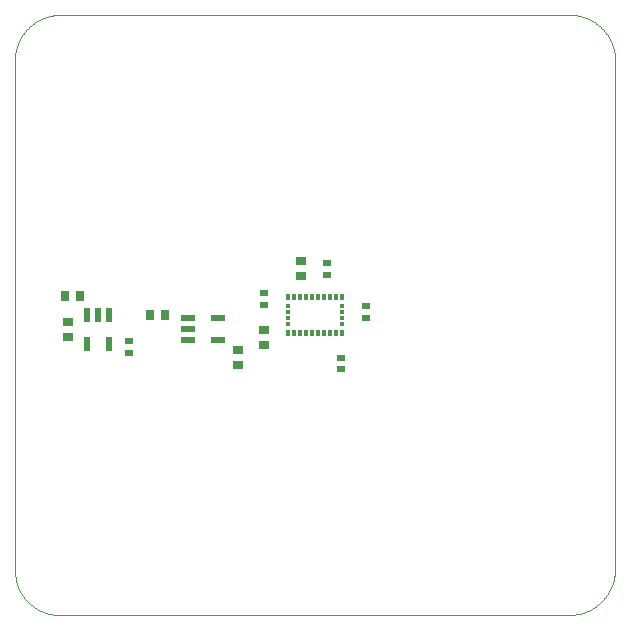
<source format=gbp>
G75*
%MOIN*%
%OFA0B0*%
%FSLAX25Y25*%
%IPPOS*%
%LPD*%
%AMOC8*
5,1,8,0,0,1.08239X$1,22.5*
%
%ADD10C,0.00000*%
%ADD11R,0.01181X0.02067*%
%ADD12R,0.01673X0.01181*%
%ADD13R,0.03543X0.02756*%
%ADD14R,0.02756X0.02362*%
%ADD15R,0.04759X0.02319*%
%ADD16R,0.02756X0.03543*%
%ADD17R,0.02319X0.04759*%
D10*
X0015800Y0001300D02*
X0185800Y0001300D01*
X0186169Y0001298D01*
X0186537Y0001306D01*
X0186905Y0001322D01*
X0187273Y0001347D01*
X0187640Y0001381D01*
X0188006Y0001424D01*
X0188371Y0001476D01*
X0188735Y0001536D01*
X0189097Y0001605D01*
X0189457Y0001683D01*
X0189815Y0001770D01*
X0190171Y0001865D01*
X0190525Y0001969D01*
X0190876Y0002082D01*
X0191224Y0002202D01*
X0191569Y0002332D01*
X0191911Y0002469D01*
X0192250Y0002615D01*
X0192585Y0002769D01*
X0192916Y0002931D01*
X0193243Y0003101D01*
X0193566Y0003278D01*
X0193884Y0003464D01*
X0194198Y0003657D01*
X0194507Y0003858D01*
X0194811Y0004066D01*
X0195111Y0004281D01*
X0195404Y0004503D01*
X0195693Y0004733D01*
X0195975Y0004969D01*
X0196252Y0005213D01*
X0196523Y0005463D01*
X0196788Y0005719D01*
X0197047Y0005981D01*
X0197299Y0006250D01*
X0197545Y0006525D01*
X0197783Y0006806D01*
X0198015Y0007092D01*
X0198241Y0007384D01*
X0198458Y0007681D01*
X0198669Y0007984D01*
X0198872Y0008291D01*
X0199068Y0008603D01*
X0199256Y0008920D01*
X0199437Y0009242D01*
X0199610Y0009567D01*
X0199774Y0009897D01*
X0199931Y0010231D01*
X0200080Y0010568D01*
X0200220Y0010909D01*
X0200352Y0011253D01*
X0200476Y0011600D01*
X0200592Y0011950D01*
X0200699Y0012303D01*
X0200797Y0012658D01*
X0200887Y0013015D01*
X0200968Y0013375D01*
X0201040Y0013736D01*
X0201104Y0014099D01*
X0201159Y0014464D01*
X0201205Y0014829D01*
X0201242Y0015196D01*
X0201270Y0015564D01*
X0201289Y0015932D01*
X0201300Y0016300D01*
X0201300Y0186300D01*
X0201296Y0186662D01*
X0201282Y0187025D01*
X0201261Y0187387D01*
X0201230Y0187748D01*
X0201191Y0188108D01*
X0201143Y0188467D01*
X0201086Y0188825D01*
X0201021Y0189182D01*
X0200947Y0189537D01*
X0200864Y0189890D01*
X0200773Y0190241D01*
X0200674Y0190589D01*
X0200566Y0190935D01*
X0200450Y0191279D01*
X0200325Y0191619D01*
X0200193Y0191956D01*
X0200052Y0192290D01*
X0199903Y0192621D01*
X0199746Y0192948D01*
X0199582Y0193271D01*
X0199410Y0193590D01*
X0199230Y0193904D01*
X0199042Y0194215D01*
X0198847Y0194520D01*
X0198645Y0194821D01*
X0198435Y0195117D01*
X0198219Y0195407D01*
X0197995Y0195693D01*
X0197765Y0195973D01*
X0197528Y0196247D01*
X0197284Y0196515D01*
X0197034Y0196778D01*
X0196778Y0197034D01*
X0196515Y0197284D01*
X0196247Y0197528D01*
X0195973Y0197765D01*
X0195693Y0197995D01*
X0195407Y0198219D01*
X0195117Y0198435D01*
X0194821Y0198645D01*
X0194520Y0198847D01*
X0194215Y0199042D01*
X0193904Y0199230D01*
X0193590Y0199410D01*
X0193271Y0199582D01*
X0192948Y0199746D01*
X0192621Y0199903D01*
X0192290Y0200052D01*
X0191956Y0200193D01*
X0191619Y0200325D01*
X0191279Y0200450D01*
X0190935Y0200566D01*
X0190589Y0200674D01*
X0190241Y0200773D01*
X0189890Y0200864D01*
X0189537Y0200947D01*
X0189182Y0201021D01*
X0188825Y0201086D01*
X0188467Y0201143D01*
X0188108Y0201191D01*
X0187748Y0201230D01*
X0187387Y0201261D01*
X0187025Y0201282D01*
X0186662Y0201296D01*
X0186300Y0201300D01*
X0016300Y0201300D01*
X0015938Y0201296D01*
X0015575Y0201282D01*
X0015213Y0201261D01*
X0014852Y0201230D01*
X0014492Y0201191D01*
X0014133Y0201143D01*
X0013775Y0201086D01*
X0013418Y0201021D01*
X0013063Y0200947D01*
X0012710Y0200864D01*
X0012359Y0200773D01*
X0012011Y0200674D01*
X0011665Y0200566D01*
X0011321Y0200450D01*
X0010981Y0200325D01*
X0010644Y0200193D01*
X0010310Y0200052D01*
X0009979Y0199903D01*
X0009652Y0199746D01*
X0009329Y0199582D01*
X0009010Y0199410D01*
X0008696Y0199230D01*
X0008385Y0199042D01*
X0008080Y0198847D01*
X0007779Y0198645D01*
X0007483Y0198435D01*
X0007193Y0198219D01*
X0006907Y0197995D01*
X0006627Y0197765D01*
X0006353Y0197528D01*
X0006085Y0197284D01*
X0005822Y0197034D01*
X0005566Y0196778D01*
X0005316Y0196515D01*
X0005072Y0196247D01*
X0004835Y0195973D01*
X0004605Y0195693D01*
X0004381Y0195407D01*
X0004165Y0195117D01*
X0003955Y0194821D01*
X0003753Y0194520D01*
X0003558Y0194215D01*
X0003370Y0193904D01*
X0003190Y0193590D01*
X0003018Y0193271D01*
X0002854Y0192948D01*
X0002697Y0192621D01*
X0002548Y0192290D01*
X0002407Y0191956D01*
X0002275Y0191619D01*
X0002150Y0191279D01*
X0002034Y0190935D01*
X0001926Y0190589D01*
X0001827Y0190241D01*
X0001736Y0189890D01*
X0001653Y0189537D01*
X0001579Y0189182D01*
X0001514Y0188825D01*
X0001457Y0188467D01*
X0001409Y0188108D01*
X0001370Y0187748D01*
X0001339Y0187387D01*
X0001318Y0187025D01*
X0001304Y0186662D01*
X0001300Y0186300D01*
X0001300Y0016300D01*
X0001298Y0015944D01*
X0001305Y0015587D01*
X0001321Y0015231D01*
X0001345Y0014875D01*
X0001378Y0014520D01*
X0001419Y0014166D01*
X0001469Y0013813D01*
X0001527Y0013461D01*
X0001594Y0013111D01*
X0001669Y0012763D01*
X0001753Y0012416D01*
X0001845Y0012072D01*
X0001945Y0011730D01*
X0002053Y0011390D01*
X0002170Y0011053D01*
X0002295Y0010719D01*
X0002428Y0010389D01*
X0002568Y0010061D01*
X0002717Y0009737D01*
X0002873Y0009417D01*
X0003038Y0009100D01*
X0003209Y0008788D01*
X0003389Y0008480D01*
X0003575Y0008176D01*
X0003769Y0007877D01*
X0003970Y0007582D01*
X0004178Y0007293D01*
X0004393Y0007009D01*
X0004615Y0006730D01*
X0004844Y0006456D01*
X0005079Y0006188D01*
X0005320Y0005926D01*
X0005568Y0005670D01*
X0005822Y0005419D01*
X0006082Y0005175D01*
X0006348Y0004938D01*
X0006619Y0004706D01*
X0006896Y0004482D01*
X0007178Y0004264D01*
X0007465Y0004053D01*
X0007758Y0003849D01*
X0008055Y0003652D01*
X0008357Y0003463D01*
X0008663Y0003281D01*
X0008974Y0003106D01*
X0009289Y0002939D01*
X0009608Y0002779D01*
X0009930Y0002627D01*
X0010256Y0002483D01*
X0010586Y0002347D01*
X0010919Y0002219D01*
X0011254Y0002099D01*
X0011593Y0001987D01*
X0011934Y0001884D01*
X0012277Y0001789D01*
X0012623Y0001702D01*
X0012971Y0001623D01*
X0013320Y0001553D01*
X0013671Y0001491D01*
X0014024Y0001438D01*
X0014378Y0001393D01*
X0014732Y0001357D01*
X0015088Y0001329D01*
X0015444Y0001310D01*
X0015800Y0001300D01*
D11*
X0092442Y0095148D03*
X0094410Y0095148D03*
X0096379Y0095148D03*
X0098347Y0095148D03*
X0100316Y0095148D03*
X0102284Y0095148D03*
X0104253Y0095148D03*
X0106221Y0095148D03*
X0108190Y0095148D03*
X0110158Y0095148D03*
X0110158Y0107452D03*
X0108190Y0107452D03*
X0106221Y0107452D03*
X0104253Y0107452D03*
X0102284Y0107452D03*
X0100316Y0107452D03*
X0098347Y0107452D03*
X0096379Y0107452D03*
X0094410Y0107452D03*
X0092442Y0107452D03*
D12*
X0092196Y0104253D03*
X0092196Y0102284D03*
X0092196Y0100316D03*
X0092196Y0098347D03*
X0110404Y0098347D03*
X0110404Y0100316D03*
X0110404Y0102284D03*
X0110404Y0104253D03*
D13*
X0096700Y0114241D03*
X0096700Y0119359D03*
X0084300Y0096459D03*
X0084300Y0091341D03*
X0075700Y0089759D03*
X0075700Y0084641D03*
X0018900Y0093841D03*
X0018900Y0098959D03*
D14*
X0039200Y0092469D03*
X0039200Y0088531D03*
X0084300Y0104631D03*
X0084300Y0108569D03*
X0105200Y0114731D03*
X0105200Y0118669D03*
X0118400Y0104169D03*
X0118400Y0100231D03*
X0110100Y0087069D03*
X0110100Y0083131D03*
D15*
X0068934Y0092960D03*
X0068934Y0100440D03*
X0059066Y0100440D03*
X0059066Y0096700D03*
X0059066Y0092960D03*
D16*
X0051459Y0101400D03*
X0046341Y0101400D03*
X0023059Y0107500D03*
X0017941Y0107500D03*
D17*
X0025160Y0101334D03*
X0028900Y0101334D03*
X0032640Y0101334D03*
X0032640Y0091466D03*
X0025160Y0091466D03*
M02*

</source>
